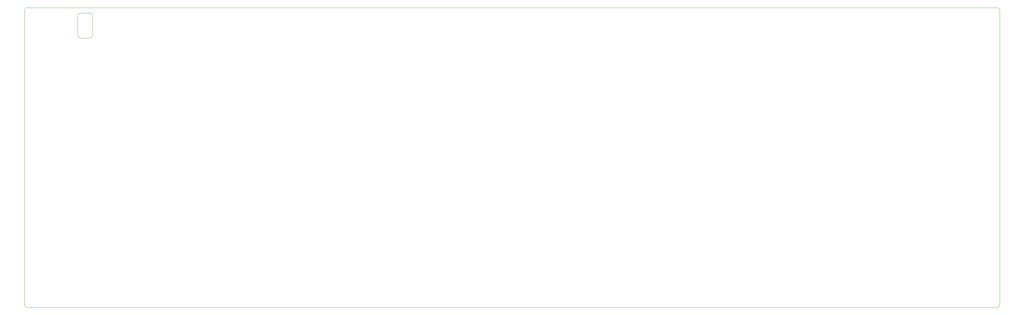
<source format=gbr>
%TF.GenerationSoftware,KiCad,Pcbnew,8.0.6*%
%TF.CreationDate,2024-12-02T23:32:27+01:00*%
%TF.ProjectId,layout_board,6c61796f-7574-45f6-926f-6172642e6b69,rev?*%
%TF.SameCoordinates,Original*%
%TF.FileFunction,Profile,NP*%
%FSLAX46Y46*%
G04 Gerber Fmt 4.6, Leading zero omitted, Abs format (unit mm)*
G04 Created by KiCad (PCBNEW 8.0.6) date 2024-12-02 23:32:27*
%MOMM*%
%LPD*%
G01*
G04 APERTURE LIST*
%TA.AperFunction,Profile*%
%ADD10C,0.050000*%
%TD*%
G04 APERTURE END LIST*
D10*
X338137500Y-29575000D02*
X338137500Y-122825000D01*
X45466954Y-37267647D02*
X45466954Y-31267647D01*
X28575000Y-29575000D02*
G75*
G02*
X29575000Y-28575000I1000000J0D01*
G01*
X46466954Y-30267647D02*
X49229450Y-30267647D01*
X337137500Y-28575000D02*
G75*
G02*
X338137500Y-29575000I0J-1000000D01*
G01*
X49229450Y-38267647D02*
X46466954Y-38267647D01*
X49229450Y-30267647D02*
G75*
G02*
X50229453Y-31267647I50J-999953D01*
G01*
X338137500Y-122825000D02*
G75*
G02*
X337137500Y-123825000I-1000000J0D01*
G01*
X28575000Y-122825000D02*
X28575000Y-29575000D01*
X29575000Y-123825000D02*
G75*
G02*
X28575000Y-122825000I0J1000000D01*
G01*
X45466954Y-31267647D02*
G75*
G02*
X46466954Y-30267654I999846J147D01*
G01*
X50229450Y-37267647D02*
G75*
G02*
X49229450Y-38267650I-1000150J147D01*
G01*
X50229450Y-31267647D02*
X50229450Y-37267647D01*
X29575000Y-28575000D02*
X337137500Y-28575000D01*
X46466954Y-38267647D02*
G75*
G02*
X45466953Y-37267647I46J1000047D01*
G01*
X337137500Y-123825000D02*
X29575000Y-123825000D01*
M02*

</source>
